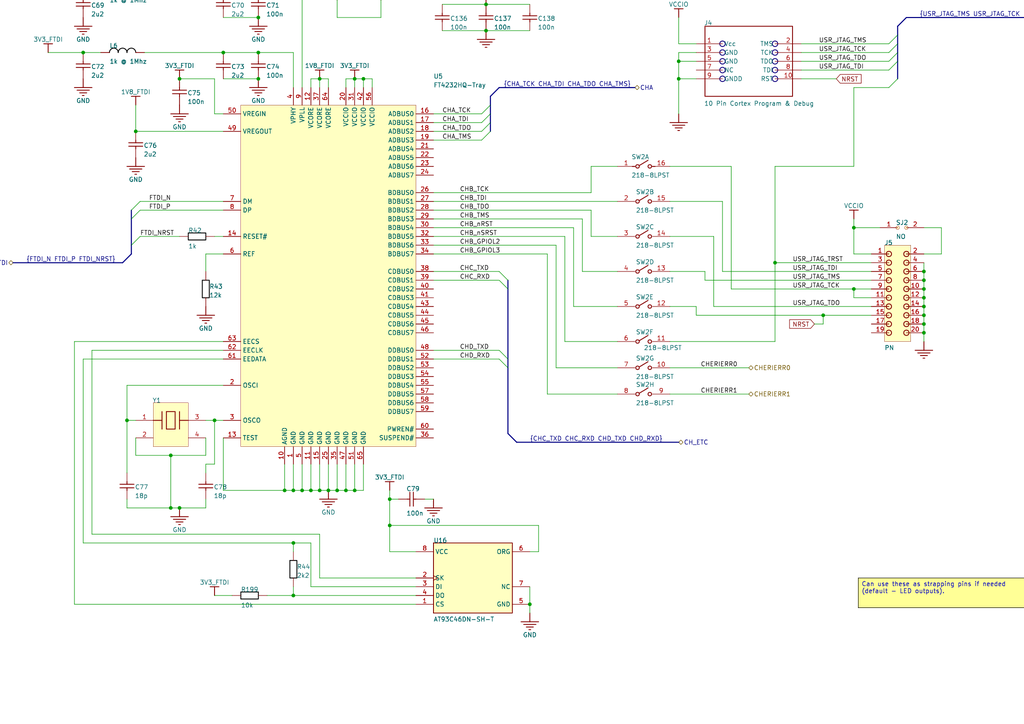
<source format=kicad_sch>
(kicad_sch (version 20231120) (generator "eeschema") (generator_version "8.0")
  (paper "A4")
  (title_block (title "<Enter Sheet Title>"))
  (junction (at 74.93 15.24))
  (junction (at 39.37 38.1))
  (junction (at 238.76 91.44))
  (junction (at 267.97 86.36))
  (junction (at 113.03 152.4))
  (junction (at 224.79 76.2))
  (junction (at 24.13 15.24))
  (junction (at 102.87 22.86))
  (junction (at 140.97 -13.97))
  (junction (at 74.93 5.08))
  (junction (at 140.97 -21.59))
  (junction (at 267.97 91.44))
  (junction (at 49.53 147.32))
  (junction (at 64.77 15.24))
  (junction (at 62.23 121.92))
  (junction (at 52.07 22.86))
  (junction (at 196.85 17.78))
  (junction (at 74.93 22.86))
  (junction (at 247.65 83.82))
  (junction (at 85.09 142.24))
  (junction (at 52.07 147.32))
  (junction (at 153.67 175.26))
  (junction (at 113.03 144.78))
  (junction (at 140.97 1.27))
  (junction (at 82.55 142.24))
  (junction (at 24.13 -2.54))
  (junction (at 267.97 93.98))
  (junction (at 102.87 142.24))
  (junction (at 267.97 78.74))
  (junction (at 85.09 157.48))
  (junction (at 105.41 22.86))
  (junction (at 87.63 142.24))
  (junction (at 85.09 172.72))
  (junction (at 92.71 22.86))
  (junction (at 247.65 66.04))
  (junction (at 100.33 142.24))
  (junction (at 74.93 -2.54))
  (junction (at 49.53 132.08))
  (junction (at 267.97 81.28))
  (junction (at 64.77 -2.54))
  (junction (at 196.85 22.86))
  (junction (at 267.97 88.9))
  (junction (at 90.17 142.24))
  (junction (at 36.83 121.92))
  (junction (at 97.79 142.24))
  (junction (at 267.97 83.82))
  (junction (at 267.97 96.52))
  (junction (at 92.71 142.24))
  (junction (at 95.25 142.24))
  (junction (at 140.97 8.89))
  (bus_entry (at 38.1 71.12) (size 2.54 -2.54))
  (bus_entry (at 139.7 40.64) (size 2.54 -2.54))
  (bus_entry (at 144.78 78.74) (size 2.54 2.54))
  (bus_entry (at 144.78 101.6) (size 2.54 2.54))
  (bus_entry (at 38.1 60.96) (size 2.54 -2.54))
  (bus_entry (at 144.78 81.28) (size 2.54 2.54))
  (bus_entry (at 144.78 104.14) (size 2.54 2.54))
  (bus_entry (at 257.81 12.7) (size 2.54 -2.54))
  (bus_entry (at 38.1 63.5) (size 2.54 -2.54))
  (bus_entry (at 257.81 25.4) (size 2.54 -2.54))
  (bus_entry (at 139.7 35.56) (size 2.54 -2.54))
  (bus_entry (at 257.81 17.78) (size 2.54 -2.54))
  (bus_entry (at 257.81 15.24) (size 2.54 -2.54))
  (bus_entry (at 257.81 20.32) (size 2.54 -2.54))
  (bus_entry (at 139.7 33.02) (size 2.54 -2.54))
  (bus_entry (at 139.7 38.1) (size 2.54 -2.54))
  (wire (pts (xy 194.31 99.06) (xy 224.79 99.06)))
  (wire (pts (xy 90.17 25.4) (xy 90.17 22.86)))
  (wire (pts (xy 36.83 137.16) (xy 36.83 121.92)))
  (wire (pts (xy 125.73 104.14) (xy 144.78 104.14)))
  (wire (pts (xy 273.05 66.04) (xy 267.97 66.04)))
  (wire (pts (xy 224.79 76.2) (xy 252.73 76.2)))
  (wire (pts (xy 62.23 68.58) (xy 64.77 68.58)))
  (wire (pts (xy 166.37 66.04) (xy 125.73 66.04)))
  (wire (pts (xy 128.27 1.27) (xy 140.97 1.27)))
  (wire (pts (xy 113.03 160.02) (xy 113.03 152.4)))
  (wire (pts (xy 201.93 15.24) (xy 196.85 15.24)))
  (wire (pts (xy 85.09 15.24) (xy 74.93 15.24)))
  (wire (pts (xy 115.57 144.78) (xy 113.03 144.78)))
  (wire (pts (xy 128.27 8.89) (xy 140.97 8.89)))
  (wire (pts (xy 92.71 167.64) (xy 92.71 154.94)))
  (wire (pts (xy 102.87 22.86) (xy 105.41 22.86)))
  (bus (pts (xy 38.1 73.66) (xy 35.56 76.2)))
  (wire (pts (xy 125.73 60.96) (xy 171.45 60.96)))
  (wire (pts (xy 64.77 -2.54) (xy 74.93 -2.54)))
  (wire (pts (xy 120.65 167.64) (xy 92.71 167.64)))
  (wire (pts (xy 125.73 78.74) (xy 144.78 78.74)))
  (bus (pts (xy 147.32 83.82) (xy 147.32 104.14)))
  (wire (pts (xy 85.09 172.72) (xy 77.47 172.72)))
  (wire (pts (xy 29.21 -2.54) (xy 24.13 -2.54)))
  (wire (pts (xy 140.97 -21.59) (xy 153.67 -21.59)))
  (wire (pts (xy 29.21 15.24) (xy 24.13 15.24)))
  (wire (pts (xy 194.31 106.68) (xy 217.17 106.68)))
  (wire (pts (xy 49.53 147.32) (xy 36.83 147.32)))
  (wire (pts (xy 267.97 91.44) (xy 267.97 93.98)))
  (wire (pts (xy 85.09 25.4) (xy 85.09 15.24)))
  (wire (pts (xy 92.71 154.94) (xy 26.67 154.94)))
  (wire (pts (xy 252.73 86.36) (xy 247.65 86.36)))
  (wire (pts (xy 153.67 175.26) (xy 153.67 177.8)))
  (wire (pts (xy 74.93 5.08) (xy 64.77 5.08)))
  (bus (pts (xy 260.35 17.78) (xy 260.35 15.24)))
  (wire (pts (xy 36.83 147.32) (xy 36.83 144.78)))
  (wire (pts (xy 125.73 33.02) (xy 139.7 33.02)))
  (wire (pts (xy 64.77 22.86) (xy 74.93 22.86)))
  (wire (pts (xy 36.83 111.76) (xy 64.77 111.76)))
  (wire (pts (xy 171.45 48.26) (xy 179.07 48.26)))
  (wire (pts (xy 36.83 121.92) (xy 39.37 121.92)))
  (wire (pts (xy 125.73 58.42) (xy 179.07 58.42)))
  (wire (pts (xy 74.93 -2.54) (xy 87.63 -2.54)))
  (wire (pts (xy 92.71 142.24) (xy 95.25 142.24)))
  (wire (pts (xy 201.93 91.44) (xy 201.93 88.9)))
  (wire (pts (xy 24.13 15.24) (xy 13.97 15.24)))
  (wire (pts (xy 212.09 83.82) (xy 212.09 48.26)))
  (wire (pts (xy 100.33 134.62) (xy 100.33 142.24)))
  (wire (pts (xy 140.97 8.89) (xy 153.67 8.89)))
  (wire (pts (xy 64.77 73.66) (xy 59.69 73.66)))
  (wire (pts (xy 97.79 142.24) (xy 100.33 142.24)))
  (bus (pts (xy 147.32 106.68) (xy 147.32 125.73)))
  (wire (pts (xy 125.73 55.88) (xy 171.45 55.88)))
  (wire (pts (xy 158.75 114.3) (xy 158.75 73.66)))
  (wire (pts (xy 100.33 142.24) (xy 102.87 142.24)))
  (wire (pts (xy 140.97 -13.97) (xy 153.67 -13.97)))
  (wire (pts (xy 82.55 134.62) (xy 82.55 142.24)))
  (wire (pts (xy 194.31 114.3) (xy 217.17 114.3)))
  (wire (pts (xy 62.23 22.86) (xy 52.07 22.86)))
  (wire (pts (xy 252.73 83.82) (xy 247.65 83.82)))
  (wire (pts (xy 64.77 58.42) (xy 40.64 58.42)))
  (wire (pts (xy 163.83 99.06) (xy 179.07 99.06)))
  (wire (pts (xy 39.37 127) (xy 39.37 132.08)))
  (wire (pts (xy 52.07 68.58) (xy 40.64 68.58)))
  (wire (pts (xy 95.25 134.62) (xy 95.25 142.24)))
  (wire (pts (xy 201.93 17.78) (xy 196.85 17.78)))
  (wire (pts (xy 247.65 66.04) (xy 247.65 63.5)))
  (wire (pts (xy 207.01 68.58) (xy 207.01 88.9)))
  (wire (pts (xy 179.07 88.9) (xy 166.37 88.9)))
  (wire (pts (xy 62.23 121.92) (xy 64.77 121.92)))
  (wire (pts (xy 273.05 73.66) (xy 273.05 66.04)))
  (wire (pts (xy 128.27 -13.97) (xy 140.97 -13.97)))
  (wire (pts (xy 87.63 134.62) (xy 87.63 142.24)))
  (wire (pts (xy 59.69 132.08) (xy 59.69 127)))
  (wire (pts (xy 201.93 22.86) (xy 196.85 22.86)))
  (wire (pts (xy 204.47 81.28) (xy 252.73 81.28)))
  (wire (pts (xy 163.83 68.58) (xy 163.83 99.06)))
  (wire (pts (xy 267.97 76.2) (xy 267.97 78.74)))
  (wire (pts (xy 168.91 63.5) (xy 125.73 63.5)))
  (wire (pts (xy 171.45 68.58) (xy 179.07 68.58)))
  (bus (pts (xy 142.24 33.02) (xy 142.24 30.48)))
  (wire (pts (xy 39.37 38.1) (xy 39.37 30.48)))
  (wire (pts (xy 95.25 22.86) (xy 95.25 25.4)))
  (wire (pts (xy 267.97 73.66) (xy 273.05 73.66)))
  (wire (pts (xy 26.67 101.6) (xy 64.77 101.6)))
  (wire (pts (xy 64.77 127) (xy 64.77 142.24)))
  (wire (pts (xy 21.59 99.06) (xy 64.77 99.06)))
  (wire (pts (xy 194.31 78.74) (xy 204.47 78.74)))
  (wire (pts (xy 95.25 142.24) (xy 97.79 142.24)))
  (wire (pts (xy 36.83 121.92) (xy 36.83 111.76)))
  (wire (pts (xy 105.41 142.24) (xy 105.41 134.62)))
  (wire (pts (xy 171.45 60.96) (xy 171.45 68.58)))
  (wire (pts (xy 168.91 78.74) (xy 168.91 63.5)))
  (wire (pts (xy 113.03 152.4) (xy 113.03 144.78)))
  (wire (pts (xy 120.65 172.72) (xy 85.09 172.72)))
  (wire (pts (xy 64.77 60.96) (xy 40.64 60.96)))
  (wire (pts (xy 59.69 73.66) (xy 59.69 78.74)))
  (wire (pts (xy 59.69 147.32) (xy 59.69 144.78)))
  (wire (pts (xy 62.23 33.02) (xy 62.23 22.86)))
  (wire (pts (xy 90.17 22.86) (xy 92.71 22.86)))
  (wire (pts (xy 232.41 20.32) (xy 257.81 20.32)))
  (wire (pts (xy 194.31 58.42) (xy 209.55 58.42)))
  (wire (pts (xy 232.41 22.86) (xy 242.57 22.86)))
  (wire (pts (xy 64.77 33.02) (xy 62.23 33.02)))
  (bus (pts (xy 142.24 30.48) (xy 142.24 27.94)))
  (wire (pts (xy 92.71 134.62) (xy 92.71 142.24)))
  (bus (pts (xy 142.24 27.94) (xy 144.78 25.4)))
  (bus (pts (xy 260.35 12.7) (xy 260.35 10.16)))
  (wire (pts (xy 255.27 66.04) (xy 247.65 66.04)))
  (wire (pts (xy 207.01 88.9) (xy 252.73 88.9)))
  (wire (pts (xy 85.09 157.48) (xy 24.13 157.48)))
  (wire (pts (xy 232.41 15.24) (xy 257.81 15.24)))
  (wire (pts (xy 24.13 157.48) (xy 24.13 104.14)))
  (wire (pts (xy 179.07 114.3) (xy 158.75 114.3)))
  (wire (pts (xy 125.73 40.64) (xy 139.7 40.64)))
  (wire (pts (xy 85.09 142.24) (xy 87.63 142.24)))
  (wire (pts (xy 247.65 25.4) (xy 257.81 25.4)))
  (wire (pts (xy 24.13 104.14) (xy 64.77 104.14)))
  (wire (pts (xy 232.41 12.7) (xy 257.81 12.7)))
  (wire (pts (xy 123.19 144.78) (xy 125.73 144.78)))
  (wire (pts (xy 125.73 101.6) (xy 144.78 101.6)))
  (wire (pts (xy 120.65 170.18) (xy 90.17 170.18)))
  (wire (pts (xy 74.93 15.24) (xy 64.77 15.24)))
  (wire (pts (xy 194.31 68.58) (xy 207.01 68.58)))
  (wire (pts (xy 267.97 96.52) (xy 267.97 99.06)))
  (wire (pts (xy 110.49 0) (xy 110.49 5.08)))
  (wire (pts (xy 201.93 12.7) (xy 196.85 12.7)))
  (wire (pts (xy 238.76 91.44) (xy 201.93 91.44)))
  (wire (pts (xy 113.03 144.78) (xy 113.03 142.24)))
  (wire (pts (xy 161.29 71.12) (xy 161.29 106.68)))
  (wire (pts (xy 107.95 22.86) (xy 107.95 25.4)))
  (wire (pts (xy 59.69 121.92) (xy 62.23 121.92)))
  (wire (pts (xy 90.17 170.18) (xy 90.17 157.48)))
  (wire (pts (xy 59.69 137.16) (xy 59.69 134.62)))
  (wire (pts (xy 90.17 157.48) (xy 85.09 157.48)))
  (wire (pts (xy 252.73 73.66) (xy 247.65 73.66)))
  (wire (pts (xy 125.73 35.56) (xy 139.7 35.56)))
  (wire (pts (xy 105.41 22.86) (xy 107.95 22.86)))
  (wire (pts (xy 171.45 55.88) (xy 171.45 48.26)))
  (wire (pts (xy 105.41 25.4) (xy 105.41 22.86)))
  (wire (pts (xy 62.23 134.62) (xy 62.23 121.92)))
  (bus (pts (xy 3.81 76.2) (xy 35.56 76.2)))
  (wire (pts (xy 64.77 15.24) (xy 41.91 15.24)))
  (wire (pts (xy 87.63 142.24) (xy 90.17 142.24)))
  (wire (pts (xy 125.73 38.1) (xy 139.7 38.1)))
  (wire (pts (xy 85.09 172.72) (xy 85.09 170.18)))
  (wire (pts (xy 52.07 147.32) (xy 59.69 147.32)))
  (wire (pts (xy 49.53 147.32) (xy 52.07 147.32)))
  (wire (pts (xy 102.87 25.4) (xy 102.87 22.86)))
  (wire (pts (xy 252.73 91.44) (xy 238.76 91.44)))
  (bus (pts (xy 147.32 125.73) (xy 149.86 128.27)))
  (wire (pts (xy 153.67 160.02) (xy 156.21 160.02)))
  (wire (pts (xy 267.97 86.36) (xy 267.97 88.9)))
  (wire (pts (xy 125.73 81.28) (xy 144.78 81.28)))
  (wire (pts (xy 158.75 73.66) (xy 125.73 73.66)))
  (wire (pts (xy 21.59 175.26) (xy 21.59 99.06)))
  (wire (pts (xy 49.53 132.08) (xy 59.69 132.08)))
  (wire (pts (xy 224.79 99.06) (xy 224.79 76.2)))
  (wire (pts (xy 64.77 142.24) (xy 82.55 142.24)))
  (wire (pts (xy 41.91 -2.54) (xy 64.77 -2.54)))
  (wire (pts (xy 125.73 71.12) (xy 161.29 71.12)))
  (wire (pts (xy 161.29 106.68) (xy 179.07 106.68)))
  (wire (pts (xy 82.55 142.24) (xy 85.09 142.24)))
  (wire (pts (xy 85.09 157.48) (xy 85.09 160.02)))
  (wire (pts (xy 153.67 170.18) (xy 153.67 175.26)))
  (wire (pts (xy 156.21 152.4) (xy 113.03 152.4)))
  (wire (pts (xy 267.97 81.28) (xy 267.97 83.82)))
  (wire (pts (xy 267.97 78.74) (xy 267.97 81.28)))
  (wire (pts (xy 196.85 17.78) (xy 196.85 22.86)))
  (bus (pts (xy 38.1 63.5) (xy 38.1 71.12)))
  (wire (pts (xy 64.77 38.1) (xy 39.37 38.1)))
  (wire (pts (xy 247.65 83.82) (xy 212.09 83.82)))
  (bus (pts (xy 260.35 7.62) (xy 262.89 5.08)))
  (wire (pts (xy 156.21 160.02) (xy 156.21 152.4)))
  (wire (pts (xy 140.97 1.27) (xy 153.67 1.27)))
  (wire (pts (xy 247.65 73.66) (xy 247.65 66.04)))
  (wire (pts (xy 100.33 25.4) (xy 100.33 22.86)))
  (bus (pts (xy 142.24 38.1) (xy 142.24 35.56)))
  (wire (pts (xy 179.07 78.74) (xy 168.91 78.74)))
  (wire (pts (xy 90.17 134.62) (xy 90.17 142.24)))
  (wire (pts (xy 100.33 22.86) (xy 102.87 22.86)))
  (bus (pts (xy 142.24 35.56) (xy 142.24 33.02)))
  (bus (pts (xy 149.86 128.27) (xy 196.85 128.27)))
  (wire (pts (xy 204.47 78.74) (xy 204.47 81.28)))
  (wire (pts (xy 26.67 154.94) (xy 26.67 101.6)))
  (wire (pts (xy 97.79 134.62) (xy 97.79 142.24)))
  (wire (pts (xy 92.71 25.4) (xy 92.71 22.86)))
  (wire (pts (xy 128.27 -21.59) (xy 140.97 -21.59)))
  (bus (pts (xy 260.35 17.78) (xy 260.35 22.86)))
  (wire (pts (xy 224.79 48.26) (xy 224.79 76.2)))
  (wire (pts (xy 102.87 134.62) (xy 102.87 142.24)))
  (wire (pts (xy 209.55 78.74) (xy 252.73 78.74)))
  (wire (pts (xy 196.85 15.24) (xy 196.85 17.78)))
  (wire (pts (xy 39.37 132.08) (xy 49.53 132.08)))
  (wire (pts (xy 238.76 91.44) (xy 238.76 93.98)))
  (wire (pts (xy 267.97 88.9) (xy 267.97 91.44)))
  (wire (pts (xy 102.87 142.24) (xy 105.41 142.24)))
  (bus (pts (xy 260.35 10.16) (xy 260.35 7.62)))
  (bus (pts (xy 38.1 71.12) (xy 38.1 73.66)))
  (wire (pts (xy 212.09 48.26) (xy 194.31 48.26)))
  (bus (pts (xy 38.1 60.96) (xy 38.1 63.5)))
  (wire (pts (xy 120.65 160.02) (xy 113.03 160.02)))
  (wire (pts (xy 49.53 132.08) (xy 49.53 147.32)))
  (wire (pts (xy 236.22 93.98) (xy 238.76 93.98)))
  (wire (pts (xy 267.97 83.82) (xy 267.97 86.36)))
  (wire (pts (xy 92.71 22.86) (xy 95.25 22.86)))
  (wire (pts (xy 67.31 172.72) (xy 62.23 172.72)))
  (wire (pts (xy 267.97 93.98) (xy 267.97 96.52)))
  (wire (pts (xy 196.85 22.86) (xy 196.85 33.02)))
  (wire (pts (xy 87.63 -2.54) (xy 87.63 25.4)))
  (bus (pts (xy 144.78 25.4) (xy 184.15 25.4)))
  (wire (pts (xy 196.85 12.7) (xy 196.85 5.08)))
  (bus (pts (xy 147.32 104.14) (xy 147.32 106.68)))
  (wire (pts (xy 59.69 134.62) (xy 62.23 134.62)))
  (bus (pts (xy 147.32 81.28) (xy 147.32 83.82)))
  (wire (pts (xy 166.37 88.9) (xy 166.37 66.04)))
  (wire (pts (xy 97.79 5.08) (xy 97.79 0)))
  (wire (pts (xy 85.09 134.62) (xy 85.09 142.24)))
  (wire (pts (xy 209.55 58.42) (xy 209.55 78.74)))
  (bus (pts (xy 260.35 15.24) (xy 260.35 12.7)))
  (wire (pts (xy 232.41 17.78) (xy 257.81 17.78)))
  (wire (pts (xy 110.49 5.08) (xy 97.79 5.08)))
  (wire (pts (xy 247.65 86.36) (xy 247.65 83.82)))
  (wire (pts (xy 224.79 48.26) (xy 247.65 48.26)))
  (wire (pts (xy 201.93 88.9) (xy 194.31 88.9)))
  (wire (pts (xy 120.65 175.26) (xy 21.59 175.26)))
  (bus (pts (xy 262.89 5.08) (xy 341.63 5.08)))
  (wire (pts (xy 125.73 68.58) (xy 163.83 68.58)))
  (wire (pts (xy 90.17 142.24) (xy 92.71 142.24)))
  (wire (pts (xy 24.13 -2.54) (xy 13.97 -2.54)))
  (wire (pts (xy 247.65 25.4) (xy 247.65 48.26)))
  (text_box "Can use these as strapping pins if needed (default - LED outputs)." (at 248.92 167.64 0) (size 50.8 8.636) (stroke (width 0) (color 0 0 0 1)) (fill (type color) (color 255 255 150 1)) (effects (font (size 1.27 1.27)) (justify left top)))
  (label "CHERIERR0" (at 203.2 106.68 0))
  (label "USR_JTAG_TCK" (at 237.49 15.24 0))
  (label "CHB_TDO" (at 133.35 60.96 0))
  (label "{CHA_TCK CHA_TDI CHA_TDO CHA_TMS}" (at 146.05 25.4 0))
  (label "USR_JTAG_TDO" (at 229.87 88.9 0))
  (label "USR_JTAG_TCK" (at 229.87 83.82 0))
  (label "CHERIERR1" (at 203.2 114.3 0))
  (label "USR_JTAG_TMS" (at 237.49 12.7 0))
  (label "{USR_JTAG_TMS USR_JTAG_TCK USR_JTAG_TDO USR_JTAG_TDI USR_JTAG_TRST}" (at 266.7 5.08 0))
  (label "CHD_RXD" (at 133.35 104.14 0))
  (label "FTDI_N" (at 43.18 58.42 0))
  (label "CHA_TDO" (at 128.27 38.1 0))
  (label "USR_JTAG_TMS" (at 229.87 81.28 0))
  (label "CHB_nSRST" (at 133.35 68.58 0))
  (label "CHC_TXD" (at 133.35 78.74 0))
  (label "CHB_GPIOL2" (at 133.35 71.12 0))
  (label "USR_JTAG_TRST" (at 229.87 76.2 0))
  (label "CHB_GPIOL3" (at 133.35 73.66 0))
  (label "CHA_TDI" (at 128.27 35.56 0))
  (label "USR_JTAG_TDI" (at 237.49 20.32 0))
  (label "USR_JTAG_TDI" (at 229.87 78.74 0))
  (label "CHB_TDI" (at 133.35 58.42 0))
  (label "CHC_RXD" (at 133.35 81.28 0))
  (label "FTDI_NRST" (at 40.64 68.58 0))
  (label "{CHC_TXD CHC_RXD CHD_TXD CHD_RXD}" (at 153.67 128.27 0))
  (label "CHD_TXD" (at 133.35 101.6 0))
  (label "CHB_nRST" (at 133.35 66.04 0))
  (label "FTDI_P" (at 43.18 60.96 0))
  (label "{FTDI_N FTDI_P FTDI_NRST}" (at 7.62 76.2 0))
  (label "USR_JTAG_TDO" (at 237.49 17.78 0))
  (label "CHA_TMS" (at 128.27 40.64 0))
  (label "CHB_TCK" (at 133.35 55.88 0))
  (label "CHA_TCK" (at 128.27 33.02 0))
  (label "CHB_TMS" (at 133.35 63.5 0))
  (global_label "NRST" (shape input) (at 236.22 93.98 180) (property "Intersheetrefs" "${INTERSHEET_REFS}" (effects (hide yes))))
  (global_label "NRST" (shape input) (at 242.57 22.86 0) (property "Intersheetrefs" "${INTERSHEET_REFS}" (effects (hide yes))))
  (hierarchical_label "CHERIERR0" (shape bidirectional) (at 217.17 106.68 0))
  (hierarchical_label "CHA" (shape bidirectional) (at 184.15 25.4 0))
  (hierarchical_label "USR_JTAG" (shape bidirectional) (at 341.63 5.08 0))
  (hierarchical_label "CH_ETC" (shape bidirectional) (at 196.85 128.27 0))
  (hierarchical_label "FTDI" (shape bidirectional) (at 3.81 76.2 180))
  (hierarchical_label "CHERIERR1" (shape bidirectional) (at 217.17 114.3 0))
  (symbol (lib_id "SONATA-ONE-symbols:3V3_FTDI_BAR") (at 140.97 1.27 180) (unit 1)
    (property "Reference" "#PWR0147" (effects (hide yes)))
    (property "Value" "3V3_FTDI" (at 140.97 -2.54 0))
    (property "Description" "Power symbol creates a global label with name '3V3_FTDI'" (effects (hide yes)))
  )
  (symbol (lib_id "SONATA-ONE-symbols:root_0_CAP") (at 74.93 2.54 0) (unit 1)
    (property "Reference" "C71" (at 77.216 2.286 0) (effects (justify left bottom)))
    (property "Value" "100n" (at 77.216 4.826 0) (effects (justify left bottom)))
    (property "Footprint" "SONATA-ONE-LIBRARY:CAPC0402_M" (effects (hide yes)))
    (property "Description" "100n, 0402" (effects (hide yes)))
    (property "MANUFACTURE PART NUMBER 1" "CGA2B3X7R1V104K050BB" (effects (hide yes)))
  )
  (symbol (lib_id "SONATA-ONE-symbols:3V3_FTDI_BAR") (at 62.23 172.72 180) (unit 1)
    (property "Reference" "#PWR096" (effects (hide yes)))
    (property "Value" "3V3_FTDI" (at 62.23 168.91 0))
    (property "Description" "Power symbol creates a global label with name '3V3_FTDI'" (effects (hide yes)))
  )
  (symbol (lib_id "SONATA-ONE-symbols:root_0_c442af63ff53b934e43635f80d8690e") (at 179.07 114.3 0) (unit 8)
    (property "Reference" "SW2" (at 184.404 112.268 0) (effects (justify left bottom)))
    (property "Value" "218-8LPST" (at 184.404 117.602 0) (effects (justify left bottom)))
    (property "Footprint" "SONATA-ONE-LIBRARY:FP-218-8LPST-MFG" (effects (hide yes)))
    (property "Description" "SWITCH SLIDE DIP SPST 25MA 24V" (effects (hide yes)))
  )
  (symbol (lib_id "SONATA-ONE-symbols:GND_POWER_GROUND") (at 59.69 88.9 0) (unit 1)
    (property "Reference" "#PWR095" (effects (hide yes)))
    (property "Value" "GND" (at 59.69 95.25 0))
    (property "Description" "Power symbol creates a global label with name 'GND'" (effects (hide yes)))
  )
  (symbol (lib_id "SONATA-ONE-symbols:root_0_CAP") (at 59.69 142.24 0) (unit 1)
    (property "Reference" "C78" (at 61.976 141.986 0) (effects (justify left bottom)))
    (property "Value" "18p" (at 61.976 144.526 0) (effects (justify left bottom)))
    (property "Footprint" "SONATA-ONE-LIBRARY:CAPC0402_M" (effects (hide yes)))
    (property "Description" "100n, 0402" (effects (hide yes)))
    (property "MANUFACTURE PART NUMBER 1" "GRM1555C1H180JA01D" (effects (hide yes)))
  )
  (symbol (lib_id "SONATA-ONE-symbols:GND_POWER_GROUND") (at 267.97 99.06 0) (unit 1)
    (property "Reference" "#PWR0152" (effects (hide yes)))
    (property "Value" "GND" (effects (hide yes)))
    (property "Description" "Power symbol creates a global label with name 'GND'" (effects (hide yes)))
  )
  (symbol (lib_id "SONATA-ONE-symbols:root_0_CAP") (at 128.27 -16.51 0) (unit 1)
    (property "Reference" "C117" (at 130.556 -16.764 0) (effects (justify left bottom)))
    (property "Value" "100n" (at 130.556 -14.224 0) (effects (justify left bottom)))
    (property "Footprint" "SONATA-ONE-LIBRARY:CAPC0402_M" (effects (hide yes)))
    (property "Description" "100n, 0402" (effects (hide yes)))
    (property "MANUFACTURE PART NUMBER 1" "CGA2B3X7R1V104K050BB" (effects (hide yes)))
  )
  (symbol (lib_id "SONATA-ONE-symbols:root_0_CAP") (at 153.67 -16.51 0) (unit 1)
    (property "Reference" "C135" (at 155.956 -16.764 0) (effects (justify left bottom)))
    (property "Value" "100n" (at 155.956 -14.224 0) (effects (justify left bottom)))
    (property "Footprint" "SONATA-ONE-LIBRARY:CAPC0402_M" (effects (hide yes)))
    (property "Description" "100n, 0402" (effects (hide yes)))
    (property "MANUFACTURE PART NUMBER 1" "CGA2B3X7R1V104K050BB" (effects (hide yes)))
  )
  (symbol (lib_id "SONATA-ONE-symbols:3V3_FTDI_BAR") (at 13.97 15.24 180) (unit 1)
    (property "Reference" "#PWR087" (effects (hide yes)))
    (property "Value" "3V3_FTDI" (at 13.97 11.43 0))
    (property "Description" "Power symbol creates a global label with name '3V3_FTDI'" (effects (hide yes)))
  )
  (symbol (lib_id "SONATA-ONE-symbols:3V3_FTDI_BAR") (at 13.97 -2.54 180) (unit 1)
    (property "Reference" "#PWR086" (effects (hide yes)))
    (property "Value" "3V3_FTDI" (at 13.97 -6.35 0))
    (property "Description" "Power symbol creates a global label with name '3V3_FTDI'" (effects (hide yes)))
  )
  (symbol (lib_id "SONATA-ONE-symbols:GND_POWER_GROUND") (at 52.07 147.32 0) (unit 1)
    (property "Reference" "#PWR094" (effects (hide yes)))
    (property "Value" "GND" (at 52.07 153.67 0))
    (property "Description" "Power symbol creates a global label with name 'GND'" (effects (hide yes)))
  )
  (symbol (lib_id "SONATA-ONE-symbols:GND_POWER_GROUND") (at 24.13 22.86 0) (unit 1)
    (property "Reference" "#PWR089" (effects (hide yes)))
    (property "Value" "GND" (at 24.13 29.21 0))
    (property "Description" "Power symbol creates a global label with name 'GND'" (effects (hide yes)))
  )
  (symbol (lib_id "SONATA-ONE-symbols:VCCIO_BAR") (at 196.85 5.08 180) (unit 1)
    (property "Reference" "#PWR0149" (effects (hide yes)))
    (property "Value" "VCCIO" (at 196.85 1.27 0))
    (property "Description" "Power symbol creates a global label with name 'VCCIO'" (effects (hide yes)))
  )
  (symbol (lib_id "SONATA-ONE-symbols:root_0_c442af63ff53b934e43635f80d8690e") (at 179.07 88.9 0) (unit 5)
    (property "Reference" "SW2" (at 184.404 86.868 0) (effects (justify left bottom)))
    (property "Value" "218-8LPST" (at 184.404 92.202 0) (effects (justify left bottom)))
    (property "Footprint" "SONATA-ONE-LIBRARY:FP-218-8LPST-MFG" (effects (hide yes)))
    (property "Description" "SWITCH SLIDE DIP SPST 25MA 24V" (effects (hide yes)))
  )
  (symbol (lib_id "SONATA-ONE-symbols:root_0_CAP") (at 153.67 6.35 0) (unit 1)
    (property "Reference" "C138" (at 155.956 6.096 0) (effects (justify left bottom)))
    (property "Value" "100n" (at 155.956 8.636 0) (effects (justify left bottom)))
    (property "Footprint" "SONATA-ONE-LIBRARY:CAPC0402_M" (effects (hide yes)))
    (property "Description" "100n, 0402" (effects (hide yes)))
    (property "MANUFACTURE PART NUMBER 1" "CGA2B3X7R1V104K050BB" (effects (hide yes)))
  )
  (symbol (lib_id "SONATA-ONE-symbols:root_0_RES-EU") (at 85.09 165.1 0) (unit 1)
    (property "Reference" "R44" (at 86.106 165.1 0) (effects (justify left bottom)))
    (property "Value" "2k2" (at 86.106 167.64 0) (effects (justify left bottom)))
    (property "Footprint" "SONATA-ONE-LIBRARY:RESC1005X40N" (effects (hide yes)))
    (property "Description" "10k res, 0402, 1%, 1/16W" (effects (hide yes)))
    (property "MANUFACTURE PART NUMBER 1" "RC0402FR-072K2L" (effects (hide yes)))
  )
  (symbol (lib_id "SONATA-ONE-symbols:root_0_c442af63ff53b934e43635f80d8690e") (at 179.07 99.06 0) (unit 6)
    (property "Reference" "SW2" (at 184.404 97.028 0) (effects (justify left bottom)))
    (property "Value" "218-8LPST" (at 186.69 101.6 0) (effects (justify left bottom)))
    (property "Footprint" "SONATA-ONE-LIBRARY:FP-218-8LPST-MFG" (effects (hide yes)))
    (property "Description" "SWITCH SLIDE DIP SPST 25MA 24V" (effects (hide yes)))
  )
  (symbol (lib_id "SONATA-ONE-symbols:root_0_CAP") (at 24.13 2.54 0) (unit 1)
    (property "Reference" "C69" (at 26.416 2.286 0) (effects (justify left bottom)))
    (property "Value" "2u2" (at 26.416 4.826 0) (effects (justify left bottom)))
    (property "Footprint" "SONATA-ONE-LIBRARY:CAPC0603_M" (effects (hide yes)))
    (property "Description" "100n, 0402" (effects (hide yes)))
    (property "MANUFACTURE PART NUMBER 1" "CL10B225KP8NNNC" (effects (hide yes)))
  )
  (symbol (lib_id "SONATA-ONE-symbols:root_0_c442af63ff53b934e43635f80d8690e") (at 179.07 78.74 0) (unit 4)
    (property "Reference" "SW2" (at 184.404 76.708 0) (effects (justify left bottom)))
    (property "Value" "218-8LPST" (at 184.404 82.042 0) (effects (justify left bottom)))
    (property "Footprint" "SONATA-ONE-LIBRARY:FP-218-8LPST-MFG" (effects (hide yes)))
    (property "Description" "SWITCH SLIDE DIP SPST 25MA 24V" (effects (hide yes)))
  )
  (symbol (lib_id "SONATA-ONE-symbols:GND_POWER_GROUND") (at 95.25 142.24 0) (unit 1)
    (property "Reference" "#PWR0100" (effects (hide yes)))
    (property "Value" "GND" (at 95.25 148.59 0))
    (property "Description" "Power symbol creates a global label with name 'GND'" (effects (hide yes)))
  )
  (symbol (lib_id "SONATA-ONE-symbols:root_0_c442af63ff53b934e43635f80d8690e") (at 179.07 106.68 0) (unit 7)
    (property "Reference" "SW2" (at 184.404 104.648 0) (effects (justify left bottom)))
    (property "Value" "218-8LPST" (at 184.404 109.982 0) (effects (justify left bottom)))
    (property "Footprint" "SONATA-ONE-LIBRARY:FP-218-8LPST-MFG" (effects (hide yes)))
    (property "Description" "SWITCH SLIDE DIP SPST 25MA 24V" (effects (hide yes)))
  )
  (symbol (lib_id "SONATA-ONE-symbols:root_0_CAP") (at 24.13 20.32 0) (unit 1)
    (property "Reference" "C72" (at 26.416 20.066 0) (effects (justify left bottom)))
    (property "Value" "2u2" (at 26.416 22.606 0) (effects (justify left bottom)))
    (property "Footprint" "SONATA-ONE-LIBRARY:CAPC0603_M" (effects (hide yes)))
    (property "Description" "100n, 0402" (effects (hide yes)))
    (property "MANUFACTURE PART NUMBER 1" "CL10B225KP8NNNC" (effects (hide yes)))
  )
  (symbol (lib_id "SONATA-ONE-symbols:root_0_c442af63ff53b934e43635f80d8690e") (at 179.07 48.26 0) (unit 1)
    (property "Reference" "SW2" (at 183.134 46.228 0) (effects (justify left bottom)))
    (property "Value" "218-8LPST" (at 183.134 51.562 0) (effects (justify left bottom)))
    (property "Footprint" "SONATA-ONE-LIBRARY:FP-218-8LPST-MFG" (effects (hide yes)))
    (property "Description" "SWITCH SLIDE DIP SPST 25MA 24V" (effects (hide yes)))
  )
  (symbol (lib_id "SONATA-ONE-symbols:1V8_FTDI_BAR") (at 39.37 30.48 180) (unit 1)
    (property "Reference" "#PWR090" (effects (hide yes)))
    (property "Value" "1V8_FTDI" (at 39.37 26.67 0))
    (property "Description" "Power symbol creates a global label with name '1V8_FTDI'" (effects (hide yes)))
  )
  (symbol (lib_id "SONATA-ONE-symbols:GND_POWER_GROUND") (at 74.93 22.86 0) (unit 1)
    (property "Reference" "#PWR098" (effects (hide yes)))
    (property "Value" "GND" (at 74.93 29.21 0))
    (property "Description" "Power symbol creates a global label with name 'GND'" (effects (hide yes)))
  )
  (symbol (lib_id "SONATA-ONE-symbols:root_0_Cortex_Debug_Header_10Pin") (at 217.17 20.32 0) (unit 1)
    (property "Reference" "J4" (at 204.216 7.366 0) (effects (justify left bottom)))
    (property "Value" "10 Pin Cortex Program & Debug" (at 204.216 30.734 0) (effects (justify left bottom)))
    (property "Footprint" "SONATA-ONE-LIBRARY:0.5mm_SMD_Header_5x2" (effects (hide yes)))
    (property "Description" "10 Pin Cortex Program & Debug 0.5mm pitch" (effects (hide yes)))
    (property "MANUFACTURE PART NUMBER 1" "20021121-00010C4LF" (effects (hide yes)))
  )
  (symbol (lib_id "SONATA-ONE-symbols:root_0_CAP") (at 39.37 43.18 0) (unit 1)
    (property "Reference" "C76" (at 41.656 42.926 0) (effects (justify left bottom)))
    (property "Value" "2u2" (at 41.656 45.466 0) (effects (justify left bottom)))
    (property "Footprint" "SONATA-ONE-LIBRARY:CAPC0603_M" (effects (hide yes)))
    (property "Description" "100n, 0402" (effects (hide yes)))
    (property "MANUFACTURE PART NUMBER 1" "CL10B225KP8NNNC" (effects (hide yes)))
  )
  (symbol (lib_id "SONATA-ONE-symbols:GND_POWER_GROUND") (at 39.37 45.72 0) (unit 1)
    (property "Reference" "#PWR091" (effects (hide yes)))
    (property "Value" "GND" (at 39.37 52.07 0))
    (property "Description" "Power symbol creates a global label with name 'GND'" (effects (hide yes)))
  )
  (symbol (lib_id "SONATA-ONE-symbols:root_1_RES-EU") (at 72.39 172.72 0) (unit 1)
    (property "Reference" "R199" (at 69.85 171.704 0) (effects (justify left bottom)))
    (property "Value" "10k" (at 69.85 176.276 0) (effects (justify left bottom)))
    (property "Footprint" "SONATA-ONE-LIBRARY:RESC1005X40N" (effects (hide yes)))
    (property "Description" "10k res, 0402, 1%, 1/16W" (effects (hide yes)))
    (property "MANUFACTURE PART NUMBER 1" "RC0402FR-0710KL" (effects (hide yes)))
  )
  (symbol (lib_id "SONATA-ONE-symbols:root_0_CAP") (at 74.93 20.32 0) (unit 1)
    (property "Reference" "C74" (at 77.216 20.066 0) (effects (justify left bottom)))
    (property "Value" "100n" (at 77.216 22.606 0) (effects (justify left bottom)))
    (property "Footprint" "SONATA-ONE-LIBRARY:CAPC0402_M" (effects (hide yes)))
    (property "Description" "100n, 0402" (effects (hide yes)))
    (property "MANUFACTURE PART NUMBER 1" "CGA2B3X7R1V104K050BB" (effects (hide yes)))
  )
  (symbol (lib_id "SONATA-ONE-symbols:3V3_FTDI_BAR") (at 110.49 0 180) (unit 1)
    (property "Reference" "#PWR0141" (effects (hide yes)))
    (property "Value" "3V3_FTDI" (at 110.49 -3.81 0))
    (property "Description" "Power symbol creates a global label with name '3V3_FTDI'" (effects (hide yes)))
  )
  (symbol (lib_id "SONATA-ONE-symbols:root_0_CAP") (at 64.77 20.32 0) (unit 1)
    (property "Reference" "C73" (at 67.056 20.066 0) (effects (justify left bottom)))
    (property "Value" "2u2" (at 67.056 22.606 0) (effects (justify left bottom)))
    (property "Footprint" "SONATA-ONE-LIBRARY:CAPC0603_M" (effects (hide yes)))
    (property "Description" "100n, 0402" (effects (hide yes)))
    (property "MANUFACTURE PART NUMBER 1" "CL10B225KP8NNNC" (effects (hide yes)))
  )
  (symbol (lib_id "SONATA-ONE-symbols:root_0_c442af63ff53b934e43635f80d8690e") (at 179.07 58.42 0) (unit 2)
    (property "Reference" "SW2" (at 184.404 56.388 0) (effects (justify left bottom)))
    (property "Value" "218-8LPST" (at 184.404 61.722 0) (effects (justify left bottom)))
    (property "Footprint" "SONATA-ONE-LIBRARY:FP-218-8LPST-MFG" (effects (hide yes)))
    (property "Description" "SWITCH SLIDE DIP SPST 25MA 24V" (effects (hide yes)))
  )
  (symbol (lib_id "SONATA-ONE-symbols:3V3_FTDI_BAR") (at 102.87 22.86 180) (unit 1)
    (property "Reference" "#PWR0140" (effects (hide yes)))
    (property "Value" "3V3_FTDI" (at 102.87 19.05 0))
    (property "Description" "Power symbol creates a global label with name '3V3_FTDI'" (effects (hide yes)))
  )
  (symbol (lib_id "SONATA-ONE-symbols:VCCIO_BAR") (at 247.65 63.5 180) (unit 1)
    (property "Reference" "#PWR0151" (effects (hide yes)))
    (property "Value" "VCCIO" (at 247.65 59.69 0))
    (property "Description" "Power symbol creates a global label with name 'VCCIO'" (effects (hide yes)))
  )
  (symbol (lib_id "SONATA-ONE-symbols:root_0_8bb9afc094b350e480db350c7247e52") (at 120.65 160.02 0) (unit 1)
    (property "Reference" "U16" (at 125.73 157.48 0) (effects (justify left bottom)))
    (property "Value" "AT93C46DN-SH-T" (at 125.73 180.34 0) (effects (justify left bottom)))
    (property "Footprint" "SONATA-ONE-LIBRARY:FP-C04-057-SN-MFG" (effects (hide yes)))
    (property "Description" "IC EEPROM 1K SPI 2MHZ 8SOIC" (effects (hide yes)))
  )
  (symbol (lib_id "SONATA-ONE-symbols:root_1_CAP") (at 120.65 144.78 0) (unit 1)
    (property "Reference" "C79" (at 117.856 142.494 0) (effects (justify left bottom)))
    (property "Value" "100n" (at 117.856 149.606 0) (effects (justify left bottom)))
    (property "Footprint" "SONATA-ONE-LIBRARY:CAPC0402_M" (effects (hide yes)))
    (property "Description" "100n, 0603" (effects (hide yes)))
    (property "MANUFACTURE PART NUMBER 1" "CGA2B3X7R1V104K050BB" (effects (hide yes)))
  )
  (symbol (lib_id "SONATA-ONE-symbols:root_0_COM-UART-FT4232H-QFN64") (at 69.85 30.48 0) (unit 1)
    (property "Reference" "U5" (at 125.73 22.86 0) (effects (justify left bottom)))
    (property "Value" "FT4232HQ-Tray" (at 125.73 25.4 0) (effects (justify left bottom)))
    (property "Footprint" "SONATA-ONE-LIBRARY:QFN64_2_N" (effects (hide yes)))
    (property "Description" "Quad High Speed USB To Multipurpose UART/MPSSE IC, 64-pin QFN, Tray" (effects (hide yes)))
  )
  (symbol (lib_id "SONATA-ONE-symbols:GND_POWER_GROUND") (at 74.93 5.08 0) (unit 1)
    (property "Reference" "#PWR097" (effects (hide yes)))
    (property "Value" "GND" (at 74.93 11.43 0))
    (property "Description" "Power symbol creates a global label with name 'GND'" (effects (hide yes)))
  )
  (symbol (lib_id "SONATA-ONE-symbols:GND_POWER_GROUND") (at 140.97 -13.97 0) (unit 1)
    (property "Reference" "#PWR0146" (effects (hide yes)))
    (property "Value" "GND" (effects (hide yes)))
    (property "Description" "Power symbol creates a global label with name 'GND'" (effects (hide yes)))
  )
  (symbol (lib_id "SONATA-ONE-symbols:root_0_SJ_2S_NO") (at 260.35 66.04 0) (unit 1)
    (property "Reference" "SJ2" (at 259.842 65.278 0) (effects (justify left bottom)))
    (property "Value" "NO" (at 259.842 69.342 0) (effects (justify left bottom)))
    (property "Footprint" "SONATA-ONE-LIBRARY:SJ_2S_NO" (effects (hide yes)))
    (property "Description" "Solder Jumper, NO" (effects (hide yes)))
  )
  (symbol (lib_id "SONATA-ONE-symbols:GND_POWER_GROUND") (at 52.07 30.48 0) (unit 1)
    (property "Reference" "#PWR093" (effects (hide yes)))
    (property "Value" "GND" (at 52.07 36.83 0))
    (property "Description" "Power symbol creates a global label with name 'GND'" (effects (hide yes)))
  )
  (symbol (lib_id "SONATA-ONE-symbols:GND_POWER_GROUND") (at 196.85 33.02 0) (unit 1)
    (property "Reference" "#PWR0150" (effects (hide yes)))
    (property "Value" "GND" (effects (hide yes)))
    (property "Description" "Power symbol creates a global label with name 'GND'" (effects (hide yes)))
  )
  (symbol (lib_id "SONATA-ONE-symbols:root_0_H130B-12.000-16-2525-EXT-TR") (at 39.37 121.92 0) (unit 1)
    (property "Reference" "Y1" (at 44.196 116.84 0) (effects (justify left bottom)))
    (property "Value" "H130B-12.000-16-2525-EXT-TR" (effects (hide yes)))
    (property "Footprint" "SONATA-ONE-LIBRARY:5x3.2MM XTAL" (effects (hide yes)))
    (property "Description" "12MHz ±25ppm Crystal 16pF 35 Ohms 4-SMD, No Lead" (effects (hide yes)))
    (property "MANUFACTURE PART NUMBER 1" "H130B-12.000-16-2525-EXT-TR" (effects (hide yes)))
  )
  (symbol (lib_id "SONATA-ONE-symbols:root_3_RES-EU") (at 57.15 68.58 0) (unit 1)
    (property "Reference" "R42" (at 54.61 67.564 0) (effects (justify left bottom)))
    (property "Value" "1k" (at 54.61 72.136 0) (effects (justify left bottom)))
    (property "Footprint" "SONATA-ONE-LIBRARY:RESC1005X40N" (effects (hide yes)))
    (property "Description" "Do Not Mount Resistor" (effects (hide yes)))
    (property "MANUFACTURE PART NUMBER 1" "RC0402FR-071KL" (effects (hide yes)))
  )
  (symbol (lib_id "SONATA-ONE-symbols:root_0_CAP") (at 52.07 27.94 0) (unit 1)
    (property "Reference" "C75" (at 54.356 27.686 0) (effects (justify left bottom)))
    (property "Value" "100n" (at 54.356 30.226 0) (effects (justify left bottom)))
    (property "Footprint" "SONATA-ONE-LIBRARY:CAPC0402_M" (effects (hide yes)))
    (property "Description" "100n, 0402" (effects (hide yes)))
    (property "MANUFACTURE PART NUMBER 1" "CGA2B3X7R1V104K050BB" (effects (hide yes)))
  )
  (symbol (lib_id "SONATA-ONE-symbols:3V3_FTDI_BAR") (at 52.07 22.86 180) (unit 1)
    (property "Reference" "#PWR092" (effects (hide yes)))
    (property "Value" "3V3_FTDI" (at 52.07 19.05 0))
    (property "Description" "Power symbol creates a global label with name '3V3_FTDI'" (effects (hide yes)))
  )
  (symbol (lib_id "SONATA-ONE-symbols:VCCIO_BAR") (at 97.79 0 180) (unit 1)
    (property "Reference" "#PWR0139" (effects (hide yes)))
    (property "Value" "VCCIO" (at 97.79 -3.81 0))
    (property "Description" "Power symbol creates a global label with name 'VCCIO'" (effects (hide yes)))
  )
  (symbol (lib_id "SONATA-ONE-symbols:root_0_IND") (at 36.83 -2.54 0) (unit 1)
    (property "Reference" "L5" (at 31.75 -3.81 0) (effects (justify left bottom)))
    (property "Value" "1k @ 1Mhz" (at 31.75 0.762 0) (effects (justify left bottom)))
    (property "Footprint" "SONATA-ONE-LIBRARY:IND_0603" (effects (hide yes)))
    (property "Description" "fixed ind, ferrite, shielded" (effects (hide yes)))
    (property "MANUFACTURE PART NUMBER 1" "FBMH1608HM102-T\nFBMH1608HM102-T\nFBMH1608HM102-T\nFBMH1608HM102-T" (effects (hide yes)))
  )
  (symbol (lib_id "SONATA-ONE-symbols:root_0_CAP") (at 140.97 -16.51 0) (unit 1)
    (property "Reference" "C134" (at 143.256 -16.764 0) (effects (justify left bottom)))
    (property "Value" "100n" (at 143.256 -14.224 0) (effects (justify left bottom)))
    (property "Footprint" "SONATA-ONE-LIBRARY:CAPC0402_M" (effects (hide yes)))
    (property "Description" "100n, 0402" (effects (hide yes)))
    (property "MANUFACTURE PART NUMBER 1" "CGA2B3X7R1V104K050BB" (effects (hide yes)))
  )
  (symbol (lib_id "SONATA-ONE-symbols:root_0_CON20_2ROW") (at 260.35 81.28 0) (unit 1)
    (property "Reference" "J5" (at 256.54 71.12 0) (effects (justify left bottom)))
    (property "Value" "PN" (at 256.54 101.6 0) (effects (justify left bottom)))
    (property "Footprint" "SONATA-ONE-LIBRARY:CONN_10x2_SHROUDED_2.54mm" (effects (hide yes)))
    (property "Description" "Header, 2-Row, 20-pin, 0.1\"" (effects (hide yes)))
  )
  (symbol (lib_id "SONATA-ONE-symbols:root_0_IND") (at 36.83 15.24 0) (unit 1)
    (property "Reference" "L6" (at 31.75 13.97 0) (effects (justify left bottom)))
    (property "Value" "1k @ 1Mhz" (at 31.75 18.542 0) (effects (justify left bottom)))
    (property "Footprint" "SONATA-ONE-LIBRARY:IND_0603" (effects (hide yes)))
    (property "Description" "fixed ind, ferrite, shielded" (effects (hide yes)))
    (property "MANUFACTURE PART NUMBER 1" "FBMH1608HM102-T\nFBMH1608HM102-T\nFBMH1608HM102-T\nFBMH1608HM102-T" (effects (hide yes)))
  )
  (symbol (lib_id "SONATA-ONE-symbols:root_0_CAP") (at 64.77 2.54 0) (unit 1)
    (property "Reference" "C70" (at 67.056 2.286 0) (effects (justify left bottom)))
    (property "Value" "2u2" (at 67.056 4.826 0) (effects (justify left bottom)))
    (property "Footprint" "SONATA-ONE-LIBRARY:CAPC0603_M" (effects (hide yes)))
    (property "Description" "100n, 0402" (effects (hide yes)))
    (property "MANUFACTURE PART NUMBER 1" "CL10B225KP8NNNC" (effects (hide yes)))
  )
  (symbol (lib_id "SONATA-ONE-symbols:root_0_CAP") (at 128.27 6.35 0) (unit 1)
    (property "Reference" "C136" (at 130.556 6.096 0) (effects (justify left bottom)))
    (property "Value" "100n" (at 130.556 8.636 0) (effects (justify left bottom)))
    (property "Footprint" "SONATA-ONE-LIBRARY:CAPC0402_M" (effects (hide yes)))
    (property "Description" "100n, 0402" (effects (hide yes)))
    (property "MANUFACTURE PART NUMBER 1" "CGA2B3X7R1V104K050BB" (effects (hide yes)))
  )
  (symbol (lib_id "SONATA-ONE-symbols:root_0_CAP") (at 36.83 142.24 0) (unit 1)
    (property "Reference" "C77" (at 39.116 141.986 0) (effects (justify left bottom)))
    (property "Value" "18p" (at 39.116 144.526 0) (effects (justify left bottom)))
    (property "Footprint" "SONATA-ONE-LIBRARY:CAPC0402_M" (effects (hide yes)))
    (property "Description" "100n, 0402" (effects (hide yes)))
    (property "MANUFACTURE PART NUMBER 1" "GRM1555C1H180JA01D" (effects (hide yes)))
  )
  (symbol (lib_id "SONATA-ONE-symbols:root_0_RES-EU") (at 59.69 83.82 0) (unit 1)
    (property "Reference" "R43" (at 60.706 83.82 0) (effects (justify left bottom)))
    (property "Value" "12k" (at 60.706 86.36 0) (effects (justify left bottom)))
    (property "Footprint" "SONATA-ONE-LIBRARY:RESC1608X55N" (effects (hide yes)))
    (property "Description" "10k res, 0402, 1%, 1/16W" (effects (hide yes)))
    (property "MANUFACTURE PART NUMBER 1" "RC0603FR-0712KL" (effects (hide yes)))
  )
  (symbol (lib_id "SONATA-ONE-symbols:GND_POWER_GROUND") (at 24.13 5.08 0) (unit 1)
    (property "Reference" "#PWR088" (effects (hide yes)))
    (property "Value" "GND" (at 24.13 11.43 0))
    (property "Description" "Power symbol creates a global label with name 'GND'" (effects (hide yes)))
  )
  (symbol (lib_id "SONATA-ONE-symbols:3V3_FTDI_BAR") (at 113.03 142.24 180) (unit 1)
    (property "Reference" "#PWR0142" (effects (hide yes)))
    (property "Value" "3V3_FTDI" (at 113.03 138.43 0))
    (property "Description" "Power symbol creates a global label with name '3V3_FTDI'" (effects (hide yes)))
  )
  (symbol (lib_id "SONATA-ONE-symbols:GND_POWER_GROUND") (at 153.67 177.8 0) (unit 1)
    (property "Reference" "#PWR0144" (effects (hide yes)))
    (property "Value" "GND" (at 153.67 184.15 0))
    (property "Description" "Power symbol creates a global label with name 'GND'" (effects (hide yes)))
  )
  (symbol (lib_id "SONATA-ONE-symbols:1V8_FTDI_BAR") (at 92.71 22.86 180) (unit 1)
    (property "Reference" "#PWR099" (effects (hide yes)))
    (property "Value" "1V8_FTDI" (at 92.71 19.05 0))
    (property "Description" "Power symbol creates a global label with name '1V8_FTDI'" (effects (hide yes)))
  )
  (symbol (lib_id "SONATA-ONE-symbols:GND_POWER_GROUND") (at 140.97 8.89 0) (unit 1)
    (property "Reference" "#PWR0148" (effects (hide yes)))
    (property "Value" "GND" (effects (hide yes)))
    (property "Description" "Power symbol creates a global label with name 'GND'" (effects (hide yes)))
  )
  (symbol (lib_id "SONATA-ONE-symbols:GND_POWER_GROUND") (at 125.73 144.78 0) (unit 1)
    (property "Reference" "#PWR0143" (effects (hide yes)))
    (property "Value" "GND" (at 125.73 151.13 0))
    (property "Description" "Power symbol creates a global label with name 'GND'" (effects (hide yes)))
  )
  (symbol (lib_id "SONATA-ONE-symbols:root_0_CAP") (at 140.97 6.35 0) (unit 1)
    (property "Reference" "C137" (at 143.256 6.096 0) (effects (justify left bottom)))
    (property "Value" "100n" (at 143.256 8.636 0) (effects (justify left bottom)))
    (property "Footprint" "SONATA-ONE-LIBRARY:CAPC0402_M" (effects (hide yes)))
    (property "Description" "100n, 0402" (effects (hide yes)))
    (property "MANUFACTURE PART NUMBER 1" "CGA2B3X7R1V104K050BB" (effects (hide yes)))
  )
  (symbol (lib_id "SONATA-ONE-symbols:1V8_FTDI_BAR") (at 140.97 -21.59 180) (unit 1)
    (property "Reference" "#PWR0145" (effects (hide yes)))
    (property "Value" "1V8_FTDI" (at 140.97 -25.4 0))
    (property "Description" "Power symbol creates a global label with name '1V8_FTDI'" (effects (hide yes)))
  )
  (symbol (lib_id "SONATA-ONE-symbols:root_0_c442af63ff53b934e43635f80d8690e") (at 179.07 68.58 0) (unit 3)
    (property "Reference" "SW2" (at 184.404 66.548 0) (effects (justify left bottom)))
    (property "Value" "218-8LPST" (at 184.404 71.882 0) (effects (justify left bottom)))
    (property "Footprint" "SONATA-ONE-LIBRARY:FP-218-8LPST-MFG" (effects (hide yes)))
    (property "Description" "SWITCH SLIDE DIP SPST 25MA 24V" (effects (hide yes)))
  )
)
</source>
